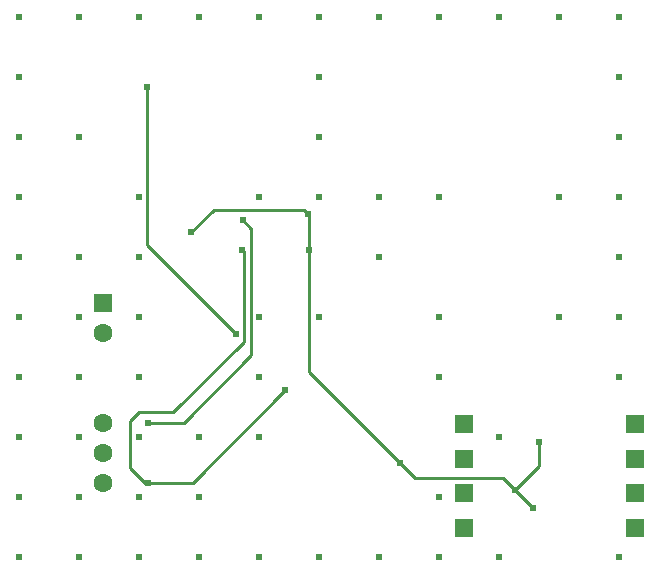
<source format=gbl>
G04*
G04 #@! TF.GenerationSoftware,Altium Limited,Altium Designer,24.2.2 (26)*
G04*
G04 Layer_Physical_Order=2*
G04 Layer_Color=16711680*
%FSLAX44Y44*%
%MOMM*%
G71*
G04*
G04 #@! TF.SameCoordinates,F77653A4-241C-4A06-9F2E-C48980E71D5F*
G04*
G04*
G04 #@! TF.FilePolarity,Positive*
G04*
G01*
G75*
%ADD10C,0.2540*%
%ADD70C,1.6000*%
%ADD71R,1.6000X1.6000*%
%ADD72R,1.5748X1.5748*%
%ADD73C,0.6200*%
%ADD74C,0.6100*%
D10*
X588010Y746760D02*
X607060Y765810D01*
X683260D01*
X687070Y762000D01*
X687553Y628167D02*
Y731749D01*
Y628167D02*
X764540Y551180D01*
X687070Y762000D02*
X687553Y761517D01*
Y731760D02*
Y761517D01*
X589321Y534670D02*
X667410Y612759D01*
X551306Y534670D02*
X589321D01*
X631232Y731760D02*
X632460Y730532D01*
Y654050D02*
Y730532D01*
X572770Y594360D02*
X632460Y654050D01*
X543560Y594360D02*
X572770D01*
X535940Y586740D02*
X543560Y594360D01*
X535940Y547370D02*
Y586740D01*
Y547370D02*
X548640Y534670D01*
X551306D01*
X631622Y756768D02*
X638810Y749554D01*
Y642620D02*
Y749554D01*
X581660Y585470D02*
X638810Y642620D01*
X551307Y585470D02*
X581660D01*
X550759Y735751D02*
X626110Y660400D01*
X550759Y735751D02*
Y869305D01*
X764540Y551180D02*
X777240Y538480D01*
X852170D01*
X862330Y528320D01*
X877570Y513080D01*
X862330Y528320D02*
X882650Y548640D01*
Y568960D01*
D70*
X513080Y661670D02*
D03*
Y585470D02*
D03*
Y560070D02*
D03*
Y534670D02*
D03*
D71*
Y687070D02*
D03*
D72*
X819150Y496570D02*
D03*
Y525780D02*
D03*
Y554990D02*
D03*
Y584200D02*
D03*
X963930Y496570D02*
D03*
Y525780D02*
D03*
Y554990D02*
D03*
Y584200D02*
D03*
D73*
X862330Y528320D02*
D03*
X882650Y568960D02*
D03*
X877570Y513080D02*
D03*
X764540Y551180D02*
D03*
X550759Y869305D02*
D03*
X626110Y660400D02*
D03*
X551306Y585470D02*
D03*
Y534670D02*
D03*
X631232Y731760D02*
D03*
X631613Y756759D02*
D03*
X687553Y731760D02*
D03*
X667410Y612759D02*
D03*
X687070Y762000D02*
D03*
X588010Y746760D02*
D03*
D74*
X442521Y929079D02*
D03*
Y878279D02*
D03*
Y827480D02*
D03*
Y776680D02*
D03*
Y725880D02*
D03*
Y675080D02*
D03*
Y624280D02*
D03*
Y573480D02*
D03*
Y522680D02*
D03*
Y471880D02*
D03*
X493321Y929079D02*
D03*
Y827480D02*
D03*
Y725880D02*
D03*
Y675080D02*
D03*
Y624280D02*
D03*
Y573480D02*
D03*
Y522680D02*
D03*
Y471880D02*
D03*
X544120Y929079D02*
D03*
Y776680D02*
D03*
Y725880D02*
D03*
Y675080D02*
D03*
Y624280D02*
D03*
Y573480D02*
D03*
Y522680D02*
D03*
Y471880D02*
D03*
X594920Y929079D02*
D03*
Y573480D02*
D03*
Y522680D02*
D03*
Y471880D02*
D03*
X645720Y929079D02*
D03*
Y776680D02*
D03*
Y675080D02*
D03*
Y624280D02*
D03*
Y573480D02*
D03*
Y471880D02*
D03*
X696520Y929079D02*
D03*
Y878279D02*
D03*
Y827480D02*
D03*
Y776680D02*
D03*
Y675080D02*
D03*
Y471880D02*
D03*
X747320Y929079D02*
D03*
Y776680D02*
D03*
Y725880D02*
D03*
Y471880D02*
D03*
X798120Y929079D02*
D03*
Y776680D02*
D03*
Y675080D02*
D03*
Y624280D02*
D03*
Y522680D02*
D03*
Y471880D02*
D03*
X848920Y929079D02*
D03*
Y573480D02*
D03*
Y471880D02*
D03*
X899720Y929079D02*
D03*
Y776680D02*
D03*
Y675080D02*
D03*
X950520Y929079D02*
D03*
Y878279D02*
D03*
Y827480D02*
D03*
Y776680D02*
D03*
Y725880D02*
D03*
Y675080D02*
D03*
Y624280D02*
D03*
Y471880D02*
D03*
M02*

</source>
